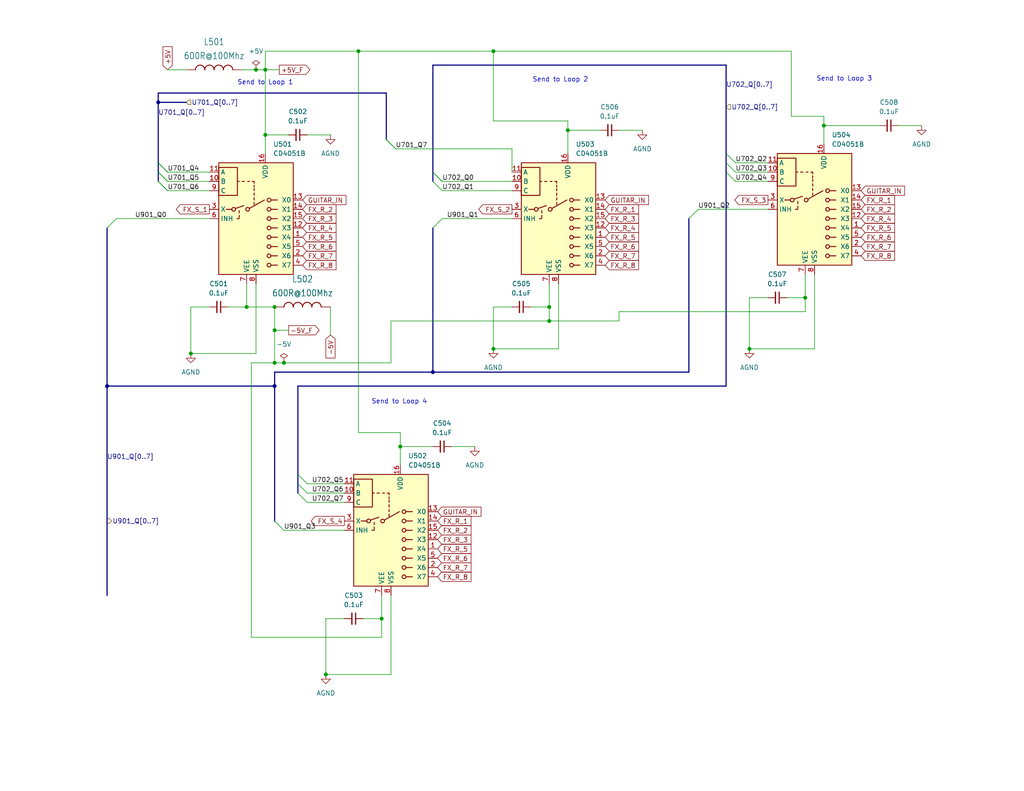
<source format=kicad_sch>
(kicad_sch (version 20250114) (generator "eeschema") (generator_version "9.0")
  (paper "USLetter")
  (title_block (title "ESP332 Guitar Patch Bay") (date "2025-05-27") (rev "1"))
  (lib_symbols
    (symbol "Analog_Switch:CD4051B"
      (property "Reference" "U" (at -10.16 16.51 0))
      (property "Value" "CD4051B" (at 3.81 16.51 0))
      (symbol "CD4051B_0_1"
        (rectangle (start -10.16 15.24) (end 10.16 -15.24) (stroke (width 0.254)) (fill (type background)))
        (rectangle (start -10.16 6.35) (end -5.08 13.97) (stroke (width 0.254)))
        (polyline (pts (xy -8.128 2.54) (xy -6.604 2.54)) (stroke (width 0.254)))
        (circle (center -6.096 2.54) (radius 0.508) (stroke (width 0.254)))
        (polyline (pts (xy -5.588 2.794) (xy -3.302 3.556)) (stroke (width 0.254)))
        (polyline (pts (xy -4.572 10.16) (xy -5.08 10.16)) (stroke (width 0.254)))
        (polyline (pts (xy -4.572 1.524) (xy -4.572 2.159)) (stroke (width 0.254)))
        (polyline (pts (xy -4.572 0.254) (xy -4.572 0.889)) (stroke (width 0.254)))
        (polyline (pts (xy -4.572 0) (xy -5.207 0)) (stroke (width 0.254)))
        (polyline (pts (xy -3.81 10.16) (xy -3.175 10.16)) (stroke (width 0.254)))
        (circle (center -2.286 2.54) (radius 0.508) (stroke (width 0.254)))
        (polyline (pts (xy -1.778 10.16) (xy -2.286 10.16)) (stroke (width 0.254)))
        (polyline (pts (xy -1.778 2.794) (xy 2.286 5.08)) (stroke (width 0.254)))
        (polyline (pts (xy -0.508 10.16) (xy -1.016 10.16)) (stroke (width 0.254)))
        (polyline (pts (xy -0.508 9.652) (xy -0.508 10.16)) (stroke (width 0.254)))
        (polyline (pts (xy -0.508 8.636) (xy -0.508 9.144)) (stroke (width 0.254)))
        (polyline (pts (xy -0.508 7.62) (xy -0.508 8.255)) (stroke (width 0.254)))
        (polyline (pts (xy -0.508 6.35) (xy -0.508 6.985)) (stroke (width 0.254)))
        (polyline (pts (xy -0.508 5.08) (xy -0.508 5.715)) (stroke (width 0.254)))
        (polyline (pts (xy -0.508 3.81) (xy -0.508 4.445)) (stroke (width 0.254)))
        (circle (center 3.556 5.08) (radius 0.508) (stroke (width 0.254)))
        (circle (center 3.556 2.54) (radius 0.508) (stroke (width 0.254)))
        (circle (center 3.556 0) (radius 0.508) (stroke (width 0.254)))
        (circle (center 3.556 -2.54) (radius 0.508) (stroke (width 0.254)))
        (circle (center 3.556 -5.08) (radius 0.508) (stroke (width 0.254)))
        (circle (center 3.556 -7.62) (radius 0.508) (stroke (width 0.254)))
        (circle (center 3.556 -10.16) (radius 0.508) (stroke (width 0.254)))
        (circle (center 3.556 -12.7) (radius 0.508) (stroke (width 0.254)))
        (polyline (pts (xy 4.064 5.08) (xy 5.842 5.08)) (stroke (width 0.254)))
        (polyline (pts (xy 4.064 2.54) (xy 5.842 2.54)) (stroke (width 0.254)))
        (polyline (pts (xy 4.064 0) (xy 5.842 0)) (stroke (width 0.254)))
        (polyline (pts (xy 4.064 -2.54) (xy 5.842 -2.54)) (stroke (width 0.254)))
        (polyline (pts (xy 4.064 -5.08) (xy 5.842 -5.08)) (stroke (width 0.254)))
        (polyline (pts (xy 4.064 -7.62) (xy 5.842 -7.62)) (stroke (width 0.254)))
        (polyline (pts (xy 4.064 -10.16) (xy 5.842 -10.16)) (stroke (width 0.254)))
        (polyline (pts (xy 4.064 -12.7) (xy 5.842 -12.7)) (stroke (width 0.254)))
      )
      (symbol "CD4051B_1_1"
        (pin input line (at -12.7 12.7 0) (length 2.54) (name "A") (number "11"))
        (pin input line (at -12.7 10.16 0) (length 2.54) (name "B") (number "10"))
        (pin input line (at -12.7 7.62 0) (length 2.54) (name "C") (number "9"))
        (pin bidirectional line (at -12.7 2.54 0) (length 2.54) (name "X") (number "3"))
        (pin input line (at -12.7 0 0) (length 2.54) (name "INH") (number "6"))
        (pin power_in line (at -2.54 -17.78 90) (length 2.54) (name "VEE") (number "7"))
        (pin power_in line (at 0 -17.78 90) (length 2.54) (name "VSS") (number "8"))
        (pin power_in line (at 2.54 17.78 270) (length 2.54) (name "VDD") (number "16"))
        (pin bidirectional line (at 12.7 5.08 180) (length 2.54) (name "X0") (number "13"))
        (pin bidirectional line (at 12.7 2.54 180) (length 2.54) (name "X1") (number "14"))
        (pin bidirectional line (at 12.7 0 180) (length 2.54) (name "X2") (number "15"))
        (pin bidirectional line (at 12.7 -2.54 180) (length 2.54) (name "X3") (number "12"))
        (pin bidirectional line (at 12.7 -5.08 180) (length 2.54) (name "X4") (number "1"))
        (pin bidirectional line (at 12.7 -7.62 180) (length 2.54) (name "X5") (number "5"))
        (pin bidirectional line (at 12.7 -10.16 180) (length 2.54) (name "X6") (number "2"))
        (pin bidirectional line (at 12.7 -12.7 180) (length 2.54) (name "X7") (number "4"))
      )
    )
    (symbol "Device:C_Small" (pin_numbers (hide yes)) (pin_names (offset 0.254) (hide yes))
      (property "Reference" "C" (at 0.254 1.778 0))
      (property "Value" "C_Small" (at 0.254 -2.032 0))
      (symbol "C_Small_0_1"
        (polyline (pts (xy -1.524 0.508) (xy 1.524 0.508)) (stroke (width 0.3048)))
        (polyline (pts (xy -1.524 -0.508) (xy 1.524 -0.508)) (stroke (width 0.3302)))
      )
      (symbol "C_Small_1_1"
        (pin passive line (at 0 2.54 270) (length 2.032) (name "~") (number "1"))
        (pin passive line (at 0 -2.54 90) (length 2.032) (name "~") (number "2"))
      )
    )
    (symbol "WE_UKW:WE-UKW_1SW_74275010"
      (property "Reference" "L" (at 0 2.54 0))
      (symbol "WE-UKW_1SW_74275010_1_0"
        (arc (start -5.08 0) (mid -3.81 1.27) (end -2.54 0) (stroke (width 0.254)))
        (arc (start -2.54 0) (mid -1.27 1.27) (end 0 0) (stroke (width 0.254)))
        (arc (start 0 0) (mid 1.27 1.27) (end 2.54 0) (stroke (width 0.254)))
        (arc (start 2.54 0) (mid 3.81 1.27) (end 5.08 0) (stroke (width 0.254)))
        (pin passive line (at -7.62 0 0) (length 2.54) (name "1") (number "1"))
        (pin passive line (at 7.62 0 180) (length 2.54) (name "2") (number "2"))
      )
    )
    (symbol "power:GND" (power) (pin_numbers (hide yes)) (pin_names (offset 0) (hide yes))
      (property "Value" "GND" (at 0 -3.81 0))
      (symbol "GND_0_1"
        (polyline (pts (xy 0 0) (xy 0 -1.27) (xy 1.27 -1.27) (xy 0 -2.54) (xy -1.27 -1.27) (xy 0 -1.27)))
      )
      (symbol "GND_1_1"
        (pin power_in line (at 0 0 270) (length 0) (name "~") (number "1"))
      )
    )
    (symbol "power:PWR_FLAG" (power) (pin_numbers (hide yes)) (pin_names (offset 0) (hide yes))
      (property "Value" "PWR_FLAG" (at 0 3.81 0))
      (symbol "PWR_FLAG_0_0"
        (pin power_out line (at 0 0 90) (length 0) (name "~") (number "1"))
      )
      (symbol "PWR_FLAG_0_1"
        (polyline (pts (xy 0 0) (xy 0 1.27) (xy -1.016 1.905) (xy 0 2.54) (xy 1.016 1.905) (xy 0 1.27)))
      )
    )
  )
  (text "Send to Loop 2" (at 152.908 21.844 0) (effects (font (size 1.27 1.27))))
  (text "Send to Loop 3" (at 230.378 21.59 0) (effects (font (size 1.27 1.27))))
  (text "Send to Loop 4" (at 108.966 109.728 0) (effects (font (size 1.27 1.27))))
  (text "Send to Loop 1" (at 72.39 22.606 0) (effects (font (size 1.27 1.27))))
  (junction (at 118.11 101.6))
  (junction (at 204.47 95.25))
  (junction (at 74.93 99.06))
  (junction (at 219.71 81.28))
  (junction (at 74.93 90.17))
  (junction (at 43.18 27.94))
  (junction (at 149.86 87.63))
  (junction (at 149.86 83.82))
  (junction (at 134.62 13.97))
  (junction (at 224.79 34.29))
  (junction (at 88.9 184.15))
  (junction (at 77.47 99.06))
  (junction (at 72.39 19.05))
  (junction (at 134.62 95.25))
  (junction (at 104.14 168.91))
  (junction (at 74.93 105.41))
  (junction (at 72.39 36.83))
  (junction (at 67.31 83.82))
  (junction (at 69.85 19.05))
  (junction (at 97.79 13.97))
  (junction (at 109.22 121.92))
  (junction (at 52.07 96.52))
  (junction (at 154.94 35.56))
  (junction (at 29.21 105.41))
  (junction (at 74.93 83.82))
  (bus_entry (at 118.11 46.99) (size 2.54 2.54))
  (bus_entry (at 43.18 44.45) (size 2.54 2.54))
  (bus_entry (at 118.11 46.99) (size 2.54 2.54))
  (bus_entry (at 81.28 132.08) (size 2.54 2.54))
  (bus_entry (at 118.11 49.53) (size 2.54 2.54))
  (bus_entry (at 118.11 62.23) (size 2.54 -2.54))
  (bus_entry (at 81.28 134.62) (size 2.54 2.54))
  (bus_entry (at 29.21 62.23) (size 2.54 -2.54))
  (bus_entry (at 43.18 46.99) (size 2.54 2.54))
  (bus_entry (at 198.12 44.45) (size 2.54 2.54))
  (bus_entry (at 105.41 38.1) (size 2.54 2.54))
  (bus_entry (at 198.12 46.99) (size 2.54 2.54))
  (bus_entry (at 198.12 41.91) (size 2.54 2.54))
  (bus_entry (at 105.41 38.1) (size 2.54 2.54))
  (bus_entry (at 43.18 44.45) (size 2.54 2.54))
  (bus_entry (at 74.93 142.24) (size 2.54 2.54))
  (bus_entry (at 81.28 129.54) (size 2.54 2.54))
  (bus_entry (at 43.18 49.53) (size 2.54 2.54))
  (bus_entry (at 43.18 46.99) (size 2.54 2.54))
  (bus_entry (at 43.18 49.53) (size 2.54 2.54))
  (bus_entry (at 187.96 59.69) (size 2.54 -2.54))
  (wire (pts (xy 245.11 34.29) (xy 251.46 34.29)))
  (wire (pts (xy 45.72 19.05) (xy 50.8 19.05)))
  (wire (pts (xy 72.39 36.83) (xy 72.39 41.91)))
  (wire (pts (xy 106.68 99.06) (xy 77.47 99.06)))
  (bus (pts (xy 81.28 129.54) (xy 81.28 132.08)))
  (wire (pts (xy 168.91 35.56) (xy 175.26 35.56)))
  (wire (pts (xy 77.47 99.06) (xy 74.93 99.06)))
  (wire (pts (xy 77.47 144.78) (xy 93.98 144.78)))
  (bus (pts (xy 29.21 105.41) (xy 74.93 105.41)))
  (wire (pts (xy 109.22 118.11) (xy 97.79 118.11)))
  (wire (pts (xy 104.14 168.91) (xy 99.06 168.91)))
  (bus (pts (xy 118.11 17.78) (xy 198.12 17.78)))
  (wire (pts (xy 154.94 33.02) (xy 154.94 35.56)))
  (bus (pts (xy 29.21 62.23) (xy 29.21 105.41)))
  (bus (pts (xy 43.18 46.99) (xy 43.18 49.53)))
  (wire (pts (xy 204.47 81.28) (xy 204.47 95.25)))
  (wire (pts (xy 69.85 19.05) (xy 72.39 19.05)))
  (wire (pts (xy 149.86 87.63) (xy 106.68 87.63)))
  (wire (pts (xy 200.66 44.45) (xy 209.55 44.45)))
  (bus (pts (xy 118.11 101.6) (xy 118.11 62.23)))
  (wire (pts (xy 224.79 39.37) (xy 224.79 34.29)))
  (wire (pts (xy 215.9 13.97) (xy 134.62 13.97)))
  (wire (pts (xy 69.85 96.52) (xy 52.07 96.52)))
  (bus (pts (xy 198.12 17.78) (xy 198.12 41.91)))
  (wire (pts (xy 134.62 83.82) (xy 134.62 95.25)))
  (wire (pts (xy 149.86 83.82) (xy 149.86 77.47)))
  (wire (pts (xy 88.9 168.91) (xy 88.9 184.15)))
  (bus (pts (xy 43.18 44.45) (xy 43.18 46.99)))
  (wire (pts (xy 134.62 13.97) (xy 97.79 13.97)))
  (wire (pts (xy 219.71 81.28) (xy 219.71 74.93)))
  (wire (pts (xy 52.07 83.82) (xy 57.15 83.82)))
  (wire (pts (xy 104.14 173.99) (xy 104.14 168.91)))
  (wire (pts (xy 69.85 77.47) (xy 69.85 96.52)))
  (wire (pts (xy 66.04 19.05) (xy 69.85 19.05)))
  (wire (pts (xy 219.71 85.09) (xy 168.91 85.09)))
  (wire (pts (xy 97.79 13.97) (xy 97.79 118.11)))
  (wire (pts (xy 72.39 19.05) (xy 72.39 36.83)))
  (wire (pts (xy 152.4 77.47) (xy 152.4 95.25)))
  (wire (pts (xy 204.47 81.28) (xy 209.55 81.28)))
  (wire (pts (xy 106.68 87.63) (xy 106.68 99.06)))
  (wire (pts (xy 52.07 83.82) (xy 52.07 96.52)))
  (bus (pts (xy 81.28 132.08) (xy 81.28 134.62)))
  (bus (pts (xy 198.12 41.91) (xy 198.12 44.45)))
  (wire (pts (xy 222.25 74.93) (xy 222.25 95.25)))
  (bus (pts (xy 74.93 105.41) (xy 74.93 101.6)))
  (wire (pts (xy 109.22 121.92) (xy 118.11 121.92)))
  (wire (pts (xy 222.25 95.25) (xy 204.47 95.25)))
  (bus (pts (xy 118.11 101.6) (xy 187.96 101.6)))
  (wire (pts (xy 106.68 162.56) (xy 106.68 184.15)))
  (bus (pts (xy 50.8 27.94) (xy 43.18 27.94)))
  (bus (pts (xy 198.12 44.45) (xy 198.12 46.99)))
  (wire (pts (xy 68.58 173.99) (xy 68.58 99.06)))
  (wire (pts (xy 88.9 168.91) (xy 93.98 168.91)))
  (bus (pts (xy 105.41 25.4) (xy 105.41 38.1)))
  (bus (pts (xy 118.11 46.99) (xy 118.11 17.78)))
  (wire (pts (xy 83.82 132.08) (xy 93.98 132.08)))
  (wire (pts (xy 152.4 95.25) (xy 134.62 95.25)))
  (wire (pts (xy 120.65 59.69) (xy 139.7 59.69)))
  (wire (pts (xy 109.22 118.11) (xy 109.22 121.92)))
  (wire (pts (xy 224.79 34.29) (xy 224.79 31.75)))
  (wire (pts (xy 224.79 34.29) (xy 240.03 34.29)))
  (wire (pts (xy 154.94 35.56) (xy 154.94 41.91)))
  (wire (pts (xy 123.19 121.92) (xy 129.54 121.92)))
  (wire (pts (xy 83.82 134.62) (xy 93.98 134.62)))
  (wire (pts (xy 97.79 13.97) (xy 72.39 13.97)))
  (wire (pts (xy 74.93 99.06) (xy 74.93 90.17)))
  (wire (pts (xy 62.23 83.82) (xy 67.31 83.82)))
  (wire (pts (xy 67.31 83.82) (xy 67.31 77.47)))
  (wire (pts (xy 219.71 81.28) (xy 214.63 81.28)))
  (bus (pts (xy 118.11 46.99) (xy 118.11 49.53)))
  (bus (pts (xy 198.12 46.99) (xy 198.12 105.41)))
  (bus (pts (xy 74.93 105.41) (xy 74.93 142.24)))
  (bus (pts (xy 43.18 27.94) (xy 43.18 44.45)))
  (wire (pts (xy 168.91 87.63) (xy 149.86 87.63)))
  (wire (pts (xy 72.39 19.05) (xy 76.2 19.05)))
  (wire (pts (xy 134.62 33.02) (xy 134.62 13.97)))
  (wire (pts (xy 83.82 36.83) (xy 90.17 36.83)))
  (wire (pts (xy 106.68 184.15) (xy 88.9 184.15)))
  (wire (pts (xy 224.79 31.75) (xy 215.9 31.75)))
  (bus (pts (xy 187.96 101.6) (xy 187.96 59.69)))
  (wire (pts (xy 90.17 91.44) (xy 90.17 83.82)))
  (wire (pts (xy 154.94 35.56) (xy 163.83 35.56)))
  (bus (pts (xy 43.18 25.4) (xy 105.41 25.4)))
  (wire (pts (xy 149.86 83.82) (xy 144.78 83.82)))
  (bus (pts (xy 43.18 25.4) (xy 43.18 27.94)))
  (wire (pts (xy 190.5 57.15) (xy 209.55 57.15)))
  (bus (pts (xy 81.28 105.41) (xy 81.28 129.54)))
  (bus (pts (xy 74.93 101.6) (xy 118.11 101.6)))
  (wire (pts (xy 67.31 83.82) (xy 74.93 83.82)))
  (wire (pts (xy 45.72 46.99) (xy 57.15 46.99)))
  (wire (pts (xy 78.74 90.17) (xy 74.93 90.17)))
  (wire (pts (xy 107.95 40.64) (xy 139.7 40.64)))
  (wire (pts (xy 83.82 137.16) (xy 93.98 137.16)))
  (wire (pts (xy 120.65 52.07) (xy 139.7 52.07)))
  (wire (pts (xy 72.39 36.83) (xy 78.74 36.83)))
  (wire (pts (xy 45.72 52.07) (xy 57.15 52.07)))
  (wire (pts (xy 104.14 168.91) (xy 104.14 162.56)))
  (wire (pts (xy 104.14 173.99) (xy 68.58 173.99)))
  (bus (pts (xy 29.21 105.41) (xy 29.21 162.56)))
  (wire (pts (xy 134.62 83.82) (xy 139.7 83.82)))
  (wire (pts (xy 200.66 49.53) (xy 209.55 49.53)))
  (bus (pts (xy 81.28 105.41) (xy 198.12 105.41)))
  (wire (pts (xy 68.58 99.06) (xy 74.93 99.06)))
  (wire (pts (xy 200.66 46.99) (xy 209.55 46.99)))
  (wire (pts (xy 45.72 49.53) (xy 57.15 49.53)))
  (wire (pts (xy 74.93 90.17) (xy 74.93 83.82)))
  (wire (pts (xy 168.91 85.09) (xy 168.91 87.63)))
  (wire (pts (xy 109.22 121.92) (xy 109.22 127)))
  (wire (pts (xy 219.71 85.09) (xy 219.71 81.28)))
  (wire (pts (xy 72.39 13.97) (xy 72.39 19.05)))
  (wire (pts (xy 215.9 31.75) (xy 215.9 13.97)))
  (wire (pts (xy 139.7 40.64) (xy 139.7 46.99)))
  (wire (pts (xy 149.86 87.63) (xy 149.86 83.82)))
  (wire (pts (xy 31.75 59.69) (xy 57.15 59.69)))
  (wire (pts (xy 120.65 49.53) (xy 139.7 49.53)))
  (wire (pts (xy 154.94 33.02) (xy 134.62 33.02)))
  (label "U702_Q7" (at 85.09 137.16 0))
  (label "U702_Q2" (at 200.66 44.45 0))
  (label "U901_Q[0..7]" (at 29.21 125.73 0))
  (label "U702_Q[0..7]" (at 198.12 24.13 0))
  (label "U701_Q6" (at 45.72 52.07 0))
  (label "U702_Q6" (at 85.09 134.62 0))
  (label "U701_Q5" (at 45.72 49.53 0))
  (label "U901_Q1" (at 121.92 59.69 0))
  (label "U701_Q7" (at 107.95 40.64 0))
  (label "U702_Q4" (at 200.66 49.53 0))
  (label "U901_Q0" (at 36.83 59.69 0))
  (label "U701_Q4" (at 45.72 46.99 0))
  (label "U702_Q0" (at 120.65 49.53 0))
  (label "U701_Q[0..7]" (at 43.18 31.75 0))
  (label "U702_Q3" (at 200.66 46.99 0))
  (label "U901_Q3" (at 77.47 144.78 0))
  (label "U901_Q2" (at 190.5 57.15 0))
  (label "U702_Q1" (at 120.65 52.07 0))
  (label "U702_Q5" (at 85.09 132.08 0))
  (global_label "FX_R_8" (shape input) (at 119.38 157.48 0) (property "Intersheetrefs" "${INTERSHEET_REFS}" (effects (hide yes))))
  (global_label "FX_R_3" (shape input) (at 82.55 59.69 0) (property "Intersheetrefs" "${INTERSHEET_REFS}" (effects (hide yes))))
  (global_label "FX_R_6" (shape input) (at 234.95 64.77 0) (property "Intersheetrefs" "${INTERSHEET_REFS}" (effects (hide yes))))
  (global_label "FX_R_3" (shape input) (at 119.38 147.32 0) (property "Intersheetrefs" "${INTERSHEET_REFS}" (effects (hide yes))))
  (global_label "FX_R_2" (shape input) (at 234.95 57.15 0) (property "Intersheetrefs" "${INTERSHEET_REFS}" (effects (hide yes))))
  (global_label "FX_R_5" (shape input) (at 82.55 64.77 0) (property "Intersheetrefs" "${INTERSHEET_REFS}" (effects (hide yes))))
  (global_label "FX_R_5" (shape input) (at 119.38 149.86 0) (property "Intersheetrefs" "${INTERSHEET_REFS}" (effects (hide yes))))
  (global_label "FX_R_3" (shape input) (at 165.1 59.69 0) (property "Intersheetrefs" "${INTERSHEET_REFS}" (effects (hide yes))))
  (global_label "GUITAR_IN" (shape input) (at 165.1 54.61 0) (property "Intersheetrefs" "${INTERSHEET_REFS}" (effects (hide yes))))
  (global_label "-5V_F" (shape output) (at 78.74 90.17 0) (property "Intersheetrefs" "${INTERSHEET_REFS}" (effects (hide yes))))
  (global_label "+5V_F" (shape output) (at 76.2 19.05 0) (property "Intersheetrefs" "${INTERSHEET_REFS}" (effects (hide yes))))
  (global_label "FX_S_4" (shape output) (at 93.98 142.24 180) (property "Intersheetrefs" "${INTERSHEET_REFS}" (effects (hide yes))))
  (global_label "FX_R_5" (shape input) (at 165.1 64.77 0) (property "Intersheetrefs" "${INTERSHEET_REFS}" (effects (hide yes))))
  (global_label "FX_S_3" (shape output) (at 209.55 54.61 180) (property "Intersheetrefs" "${INTERSHEET_REFS}" (effects (hide yes))))
  (global_label "GUITAR_IN" (shape input) (at 234.95 52.07 0) (property "Intersheetrefs" "${INTERSHEET_REFS}" (effects (hide yes))))
  (global_label "FX_R_5" (shape input) (at 234.95 62.23 0) (property "Intersheetrefs" "${INTERSHEET_REFS}" (effects (hide yes))))
  (global_label "FX_R_8" (shape input) (at 82.55 72.39 0) (property "Intersheetrefs" "${INTERSHEET_REFS}" (effects (hide yes))))
  (global_label "FX_R_6" (shape input) (at 119.38 152.4 0) (property "Intersheetrefs" "${INTERSHEET_REFS}" (effects (hide yes))))
  (global_label "FX_R_6" (shape input) (at 82.55 67.31 0) (property "Intersheetrefs" "${INTERSHEET_REFS}" (effects (hide yes))))
  (global_label "FX_S_2" (shape output) (at 139.7 57.15 180) (property "Intersheetrefs" "${INTERSHEET_REFS}" (effects (hide yes))))
  (global_label "FX_R_7" (shape input) (at 165.1 69.85 0) (property "Intersheetrefs" "${INTERSHEET_REFS}" (effects (hide yes))))
  (global_label "-5V" (shape input) (at 90.17 91.44 270) (property "Intersheetrefs" "${INTERSHEET_REFS}" (effects (hide yes))))
  (global_label "FX_S_1" (shape output) (at 57.15 57.15 180) (property "Intersheetrefs" "${INTERSHEET_REFS}" (effects (hide yes))))
  (global_label "FX_R_8" (shape input) (at 165.1 72.39 0) (property "Intersheetrefs" "${INTERSHEET_REFS}" (effects (hide yes))))
  (global_label "FX_R_2" (shape input) (at 119.38 144.78 0) (property "Intersheetrefs" "${INTERSHEET_REFS}" (effects (hide yes))))
  (global_label "FX_R_4" (shape input) (at 234.95 59.69 0) (property "Intersheetrefs" "${INTERSHEET_REFS}" (effects (hide yes))))
  (global_label "FX_R_4" (shape input) (at 165.1 62.23 0) (property "Intersheetrefs" "${INTERSHEET_REFS}" (effects (hide yes))))
  (global_label "GUITAR_IN" (shape input) (at 82.55 54.61 0) (property "Intersheetrefs" "${INTERSHEET_REFS}" (effects (hide yes))))
  (global_label "FX_R_1" (shape input) (at 119.38 142.24 0) (property "Intersheetrefs" "${INTERSHEET_REFS}" (effects (hide yes))))
  (global_label "FX_R_1" (shape input) (at 234.95 54.61 0) (property "Intersheetrefs" "${INTERSHEET_REFS}" (effects (hide yes))))
  (global_label "FX_R_4" (shape input) (at 82.55 62.23 0) (property "Intersheetrefs" "${INTERSHEET_REFS}" (effects (hide yes))))
  (global_label "FX_R_7" (shape input) (at 234.95 67.31 0) (property "Intersheetrefs" "${INTERSHEET_REFS}" (effects (hide yes))))
  (global_label "FX_R_7" (shape input) (at 82.55 69.85 0) (property "Intersheetrefs" "${INTERSHEET_REFS}" (effects (hide yes))))
  (global_label "GUITAR_IN" (shape input) (at 119.38 139.7 0) (property "Intersheetrefs" "${INTERSHEET_REFS}" (effects (hide yes))))
  (global_label "FX_R_2" (shape input) (at 82.55 57.15 0) (property "Intersheetrefs" "${INTERSHEET_REFS}" (effects (hide yes))))
  (global_label "FX_R_7" (shape input) (at 119.38 154.94 0) (property "Intersheetrefs" "${INTERSHEET_REFS}" (effects (hide yes))))
  (global_label "FX_R_1" (shape input) (at 165.1 57.15 0) (property "Intersheetrefs" "${INTERSHEET_REFS}" (effects (hide yes))))
  (global_label "FX_R_6" (shape input) (at 165.1 67.31 0) (property "Intersheetrefs" "${INTERSHEET_REFS}" (effects (hide yes))))
  (global_label "FX_R_8" (shape input) (at 234.95 69.85 0) (property "Intersheetrefs" "${INTERSHEET_REFS}" (effects (hide yes))))
  (global_label "+5V" (shape input) (at 45.72 19.05 90) (property "Intersheetrefs" "${INTERSHEET_REFS}" (effects (hide yes))))
  (hierarchical_label "U702_Q[0..7]" (shape input) (at 198.12 29.21 0))
  (hierarchical_label "U701_Q[0..7]" (shape input) (at 50.8 27.94 0))
  (hierarchical_label "U901_Q[0..7]" (shape output) (at 29.21 142.24 0))
  (symbol (lib_id "power:GND") (at 52.07 96.52 0) (unit 1)
    (property "Reference" "#PWR0501" (effects (hide yes)))
    (property "Value" "AGND" (at 52.07 101.6 0))
    (property "Description" "Power symbol creates a global label with name \"GND\" , ground" (effects (hide yes)))
  )
  (symbol (lib_id "power:GND") (at 129.54 121.92 0) (unit 1)
    (property "Reference" "#PWR0504" (effects (hide yes)))
    (property "Value" "AGND" (at 129.54 127 0))
    (property "Description" "Power symbol creates a global label with name \"GND\" , ground" (effects (hide yes)))
  )
  (symbol (lib_id "WE_UKW:WE-UKW_1SW_74275010") (at 58.42 19.05 0) (unit 1)
    (property "Reference" "L501" (at 58.42 11.43 0) (effects (font (size 1.778 1.5113))))
    (property "Value" "600R@100Mhz" (at 58.42 15.24 0) (effects (font (size 1.778 1.5113))))
    (property "Footprint" "WE-UKW:WE-UKW_74275010" (effects (hide yes)))
    (property "Description" "WE-UKW EMI Suppression 6-Hole Ferrite Bead\n\nCharacteristics\n\nImpedance will increase with more turns, available in 1 to 3 turns\n4 different materials available for perfect interference suppression\nAlso available ready-bent or in individual length\nMaximum current capability is 3 A / 5 A (short-time)\nOperating temperature: –25 ºC to +125 ºC\n\nApplications\n\nProtection against radio frequency interferences\n\nhttps://katalog.we-online.de/media/images/v2/o14887v209%20Family_WE-UKW_6LOCH.jpg\n\nDetails see: http://katalog.we-online.de/en/pbs/WE-UKW/S http://katalog.we-online.de/en/pbs/WE-UKW/S\n\nCreated  by Ella Wu  2019-01-02\n2019 (C) Wurth Elektronik" (effects (hide yes)))
  )
  (symbol (lib_id "power:GND") (at 175.26 35.56 0) (unit 1)
    (property "Reference" "#PWR0506" (effects (hide yes)))
    (property "Value" "AGND" (at 175.26 40.64 0))
    (property "Description" "Power symbol creates a global label with name \"GND\" , ground" (effects (hide yes)))
  )
  (symbol (lib_id "Analog_Switch:CD4051B") (at 222.25 57.15 0) (unit 1)
    (property "Reference" "U504" (at 226.9333 36.83 0) (effects (justify left)))
    (property "Value" "CD4051B" (at 226.9333 39.37 0) (effects (justify left)))
    (property "Footprint" "Package_DIP:DIP-16_W7.62mm" (effects (hide yes)))
    (property "Datasheet" "http://www.ti.com/lit/ds/symlink/cd4052b.pdf" (effects (hide yes)))
    (property "Description" "CMOS single 8-channel analog multiplexer demultiplexer, TSSOP-16/DIP-16/SOIC-16" (effects (hide yes)))
  )
  (symbol (lib_id "power:GND") (at 134.62 95.25 0) (unit 1)
    (property "Reference" "#PWR0505" (effects (hide yes)))
    (property "Value" "AGND" (at 134.62 100.33 0))
    (property "Description" "Power symbol creates a global label with name \"GND\" , ground" (effects (hide yes)))
  )
  (symbol (lib_id "Device:C_Small") (at 166.37 35.56 270) (unit 1)
    (property "Reference" "C506" (at 166.3636 29.21 90))
    (property "Value" "0.1uF" (at 166.3636 31.75 90))
    (property "Footprint" "Capacitor_THT:C_Disc_D5.0mm_W2.5mm_P2.50mm" (effects (hide yes)))
    (property "Description" "Unpolarized capacitor, small symbol" (effects (hide yes)))
  )
  (symbol (lib_id "Analog_Switch:CD4051B") (at 152.4 59.69 0) (unit 1)
    (property "Reference" "U503" (at 157.0833 39.37 0) (effects (justify left)))
    (property "Value" "CD4051B" (at 157.0833 41.91 0) (effects (justify left)))
    (property "Footprint" "Package_DIP:DIP-16_W7.62mm" (effects (hide yes)))
    (property "Datasheet" "http://www.ti.com/lit/ds/symlink/cd4052b.pdf" (effects (hide yes)))
    (property "Description" "CMOS single 8-channel analog multiplexer demultiplexer, TSSOP-16/DIP-16/SOIC-16" (effects (hide yes)))
  )
  (symbol (lib_id "power:GND") (at 90.17 36.83 0) (unit 1)
    (property "Reference" "#PWR0503" (effects (hide yes)))
    (property "Value" "AGND" (at 90.17 41.91 0))
    (property "Description" "Power symbol creates a global label with name \"GND\" , ground" (effects (hide yes)))
  )
  (symbol (lib_id "power:GND") (at 88.9 184.15 0) (unit 1)
    (property "Reference" "#PWR0502" (effects (hide yes)))
    (property "Value" "AGND" (at 88.9 189.23 0))
    (property "Description" "Power symbol creates a global label with name \"GND\" , ground" (effects (hide yes)))
  )
  (symbol (lib_id "Device:C_Small") (at 142.24 83.82 270) (unit 1)
    (property "Reference" "C505" (at 142.2336 77.47 90))
    (property "Value" "0.1uF" (at 142.2336 80.01 90))
    (property "Footprint" "Capacitor_THT:C_Disc_D5.0mm_W2.5mm_P2.50mm" (effects (hide yes)))
    (property "Description" "Unpolarized capacitor, small symbol" (effects (hide yes)))
  )
  (symbol (lib_id "power:GND") (at 204.47 95.25 0) (unit 1)
    (property "Reference" "#PWR0507" (effects (hide yes)))
    (property "Value" "AGND" (at 204.47 100.33 0))
    (property "Description" "Power symbol creates a global label with name \"GND\" , ground" (effects (hide yes)))
  )
  (symbol (lib_id "power:PWR_FLAG") (at 69.85 19.05 0) (unit 1)
    (property "Reference" "#FLG0501" (effects (hide yes)))
    (property "Value" "+5V" (at 69.85 13.97 0))
    (property "Description" "Special symbol for telling ERC where power comes from" (effects (hide yes)))
  )
  (symbol (lib_id "WE_UKW:WE-UKW_1SW_74275010") (at 82.55 83.82 0) (unit 1)
    (property "Reference" "L502" (at 82.55 76.2 0) (effects (font (size 1.778 1.5113))))
    (property "Value" "600R@100Mhz" (at 82.55 80.01 0) (effects (font (size 1.778 1.5113))))
    (property "Footprint" "WE-UKW:WE-UKW_74275010" (effects (hide yes)))
    (property "Description" "WE-UKW EMI Suppression 6-Hole Ferrite Bead\n\nCharacteristics\n\nImpedance will increase with more turns, available in 1 to 3 turns\n4 different materials available for perfect interference suppression\nAlso available ready-bent or in individual length\nMaximum current capability is 3 A / 5 A (short-time)\nOperating temperature: –25 ºC to +125 ºC\n\nApplications\n\nProtection against radio frequency interferences\n\nhttps://katalog.we-online.de/media/images/v2/o14887v209%20Family_WE-UKW_6LOCH.jpg\n\nDetails see: http://katalog.we-online.de/en/pbs/WE-UKW/S http://katalog.we-online.de/en/pbs/WE-UKW/S\n\nCreated  by Ella Wu  2019-01-02\n2019 (C) Wurth Elektronik" (effects (hide yes)))
  )
  (symbol (lib_id "power:GND") (at 251.46 34.29 0) (unit 1)
    (property "Reference" "#PWR0508" (effects (hide yes)))
    (property "Value" "AGND" (at 251.46 39.37 0))
    (property "Description" "Power symbol creates a global label with name \"GND\" , ground" (effects (hide yes)))
  )
  (symbol (lib_id "Analog_Switch:CD4051B") (at 69.85 59.69 0) (unit 1)
    (property "Reference" "U501" (at 74.5333 39.37 0) (effects (justify left)))
    (property "Value" "CD4051B" (at 74.5333 41.91 0) (effects (justify left)))
    (property "Footprint" "Package_DIP:DIP-16_W7.62mm" (effects (hide yes)))
    (property "Datasheet" "http://www.ti.com/lit/ds/symlink/cd4052b.pdf" (effects (hide yes)))
    (property "Description" "CMOS single 8-channel analog multiplexer demultiplexer, TSSOP-16/DIP-16/SOIC-16" (effects (hide yes)))
  )
  (symbol (lib_id "Device:C_Small") (at 120.65 121.92 270) (unit 1)
    (property "Reference" "C504" (at 120.6436 115.57 90))
    (property "Value" "0.1uF" (at 120.6436 118.11 90))
    (property "Footprint" "Capacitor_THT:C_Disc_D5.0mm_W2.5mm_P2.50mm" (effects (hide yes)))
    (property "Description" "Unpolarized capacitor, small symbol" (effects (hide yes)))
  )
  (symbol (lib_id "Analog_Switch:CD4051B") (at 106.68 144.78 0) (unit 1)
    (property "Reference" "U502" (at 111.3633 124.46 0) (effects (justify left)))
    (property "Value" "CD4051B" (at 111.3633 127 0) (effects (justify left)))
    (property "Footprint" "Package_DIP:DIP-16_W7.62mm" (effects (hide yes)))
    (property "Datasheet" "http://www.ti.com/lit/ds/symlink/cd4052b.pdf" (effects (hide yes)))
    (property "Description" "CMOS single 8-channel analog multiplexer demultiplexer, TSSOP-16/DIP-16/SOIC-16" (effects (hide yes)))
  )
  (symbol (lib_id "Device:C_Small") (at 59.69 83.82 270) (unit 1)
    (property "Reference" "C501" (at 59.6836 77.47 90))
    (property "Value" "0.1uF" (at 59.6836 80.01 90))
    (property "Footprint" "Capacitor_THT:C_Disc_D5.0mm_W2.5mm_P2.50mm" (effects (hide yes)))
    (property "Description" "Unpolarized capacitor, small symbol" (effects (hide yes)))
  )
  (symbol (lib_id "Device:C_Small") (at 81.28 36.83 270) (unit 1)
    (property "Reference" "C502" (at 81.2736 30.48 90))
    (property "Value" "0.1uF" (at 81.2736 33.02 90))
    (property "Footprint" "Capacitor_THT:C_Disc_D5.0mm_W2.5mm_P2.50mm" (effects (hide yes)))
    (property "Description" "Unpolarized capacitor, small symbol" (effects (hide yes)))
  )
  (symbol (lib_id "power:PWR_FLAG") (at 77.47 99.06 0) (unit 1)
    (property "Reference" "#FLG0502" (effects (hide yes)))
    (property "Value" "-5V" (at 77.47 93.98 0))
    (property "Description" "Special symbol for telling ERC where power comes from" (effects (hide yes)))
  )
  (symbol (lib_id "Device:C_Small") (at 96.52 168.91 270) (unit 1)
    (property "Reference" "C503" (at 96.5136 162.56 90))
    (property "Value" "0.1uF" (at 96.5136 165.1 90))
    (property "Footprint" "Capacitor_THT:C_Disc_D5.0mm_W2.5mm_P2.50mm" (effects (hide yes)))
    (property "Description" "Unpolarized capacitor, small symbol" (effects (hide yes)))
  )
  (symbol (lib_id "Device:C_Small") (at 242.57 34.29 270) (unit 1)
    (property "Reference" "C508" (at 242.5636 27.94 90))
    (property "Value" "0.1uF" (at 242.5636 30.48 90))
    (property "Footprint" "Capacitor_THT:C_Disc_D5.0mm_W2.5mm_P2.50mm" (effects (hide yes)))
    (property "Description" "Unpolarized capacitor, small symbol" (effects (hide yes)))
  )
  (symbol (lib_id "Device:C_Small") (at 212.09 81.28 270) (unit 1)
    (property "Reference" "C507" (at 212.0836 74.93 90))
    (property "Value" "0.1uF" (at 212.0836 77.47 90))
    (property "Footprint" "Capacitor_THT:C_Disc_D5.0mm_W2.5mm_P2.50mm" (effects (hide yes)))
    (property "Description" "Unpolarized capacitor, small symbol" (effects (hide yes)))
  )
)
</source>
